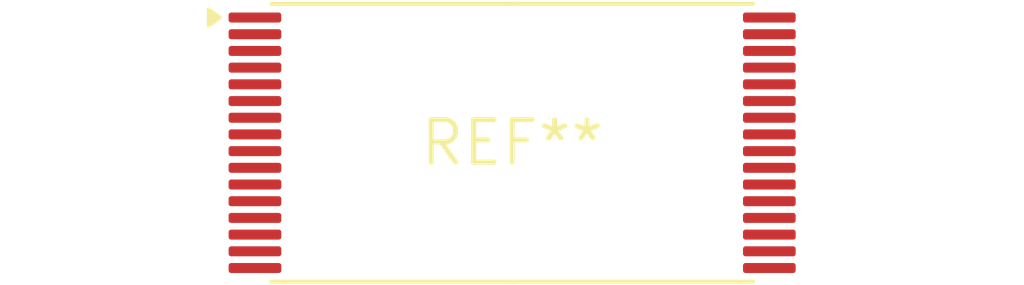
<source format=kicad_pcb>
(kicad_pcb (version 20240108) (generator pcbnew)
  (layers (0 "F.Cu" signal) (31 "B.Cu" signal) (34 "B.Paste" user) (35 "F.Paste" user) (36 "B.SilkS" user "B.Silkscreen") (37 "F.SilkS" user "F.Silkscreen") (38 "B.Mask" user) (39 "F.Mask" user) (44 "Edge.Cuts" user))
  (net 0 "")
  (footprint "TSOP-I-32_14.4x8mm_P0.5mm" (layer "F.Cu") (at 0 0)
    (property "Reference" "REF**")
    (property "Value" "TSOP-I-32_14.4x8mm_P0.5mm")
    (fp_line (start 0 -4.16) (end -7.2 -4.16) (layer "F.SilkS") (stroke (width 0.12)))
    (fp_line (start 0 -4.16) (end 7.2 -4.16) (layer "F.SilkS") (stroke (width 0.12)))
    (fp_line (start 0 4.16) (end -7.2 4.16) (layer "F.SilkS") (stroke (width 0.12)))
    (fp_line (start 0 4.16) (end 7.2 4.16) (layer "F.SilkS") (stroke (width 0.12)))
    (fp_poly (pts (xy -8.735 -3.75) (xy -9.065 -3.99) (xy -9.065 -3.51) (xy -8.735 -3.75)) (layer "F.SilkS") (stroke (width 0.12)) (fill solid))
    (pad "1" smd roundrect (at -7.6875 -3.75) (size 1.575 0.3) (layers "F.Cu" "F.Paste" "F.Mask"))
    (pad "2" smd roundrect (at -7.6875 -3.25) (size 1.575 0.3) (layers "F.Cu" "F.Paste" "F.Mask"))
    (pad "3" smd roundrect (at -7.6875 -2.75) (size 1.575 0.3) (layers "F.Cu" "F.Paste" "F.Mask"))
    (pad "4" smd roundrect (at -7.6875 -2.25) (size 1.575 0.3) (layers "F.Cu" "F.Paste" "F.Mask"))
    (pad "5" smd roundrect (at -7.6875 -1.75) (size 1.575 0.3) (layers "F.Cu" "F.Paste" "F.Mask"))
    (pad "6" smd roundrect (at -7.6875 -1.25) (size 1.575 0.3) (layers "F.Cu" "F.Paste" "F.Mask"))
    (pad "7" smd roundrect (at -7.6875 -0.75) (size 1.575 0.3) (layers "F.Cu" "F.Paste" "F.Mask"))
    (pad "8" smd roundrect (at -7.6875 -0.25) (size 1.575 0.3) (layers "F.Cu" "F.Paste" "F.Mask"))
    (pad "9" smd roundrect (at -7.6875 0.25) (size 1.575 0.3) (layers "F.Cu" "F.Paste" "F.Mask"))
    (pad "10" smd roundrect (at -7.6875 0.75) (size 1.575 0.3) (layers "F.Cu" "F.Paste" "F.Mask"))
    (pad "11" smd roundrect (at -7.6875 1.25) (size 1.575 0.3) (layers "F.Cu" "F.Paste" "F.Mask"))
    (pad "12" smd roundrect (at -7.6875 1.75) (size 1.575 0.3) (layers "F.Cu" "F.Paste" "F.Mask"))
    (pad "13" smd roundrect (at -7.6875 2.25) (size 1.575 0.3) (layers "F.Cu" "F.Paste" "F.Mask"))
    (pad "14" smd roundrect (at -7.6875 2.75) (size 1.575 0.3) (layers "F.Cu" "F.Paste" "F.Mask"))
    (pad "15" smd roundrect (at -7.6875 3.25) (size 1.575 0.3) (layers "F.Cu" "F.Paste" "F.Mask"))
    (pad "16" smd roundrect (at -7.6875 3.75) (size 1.575 0.3) (layers "F.Cu" "F.Paste" "F.Mask"))
    (pad "17" smd roundrect (at 7.6875 3.75) (size 1.575 0.3) (layers "F.Cu" "F.Paste" "F.Mask"))
    (pad "18" smd roundrect (at 7.6875 3.25) (size 1.575 0.3) (layers "F.Cu" "F.Paste" "F.Mask"))
    (pad "19" smd roundrect (at 7.6875 2.75) (size 1.575 0.3) (layers "F.Cu" "F.Paste" "F.Mask"))
    (pad "20" smd roundrect (at 7.6875 2.25) (size 1.575 0.3) (layers "F.Cu" "F.Paste" "F.Mask"))
    (pad "21" smd roundrect (at 7.6875 1.75) (size 1.575 0.3) (layers "F.Cu" "F.Paste" "F.Mask"))
    (pad "22" smd roundrect (at 7.6875 1.25) (size 1.575 0.3) (layers "F.Cu" "F.Paste" "F.Mask"))
    (pad "23" smd roundrect (at 7.6875 0.75) (size 1.575 0.3) (layers "F.Cu" "F.Paste" "F.Mask"))
    (pad "24" smd roundrect (at 7.6875 0.25) (size 1.575 0.3) (layers "F.Cu" "F.Paste" "F.Mask"))
    (pad "25" smd roundrect (at 7.6875 -0.25) (size 1.575 0.3) (layers "F.Cu" "F.Paste" "F.Mask"))
    (pad "26" smd roundrect (at 7.6875 -0.75) (size 1.575 0.3) (layers "F.Cu" "F.Paste" "F.Mask"))
    (pad "27" smd roundrect (at 7.6875 -1.25) (size 1.575 0.3) (layers "F.Cu" "F.Paste" "F.Mask"))
    (pad "28" smd roundrect (at 7.6875 -1.75) (size 1.575 0.3) (layers "F.Cu" "F.Paste" "F.Mask"))
    (pad "29" smd roundrect (at 7.6875 -2.25) (size 1.575 0.3) (layers "F.Cu" "F.Paste" "F.Mask"))
    (pad "30" smd roundrect (at 7.6875 -2.75) (size 1.575 0.3) (layers "F.Cu" "F.Paste" "F.Mask"))
    (pad "31" smd roundrect (at 7.6875 -3.25) (size 1.575 0.3) (layers "F.Cu" "F.Paste" "F.Mask"))
    (pad "32" smd roundrect (at 7.6875 -3.75) (size 1.575 0.3) (layers "F.Cu" "F.Paste" "F.Mask"))
  )
)
</source>
